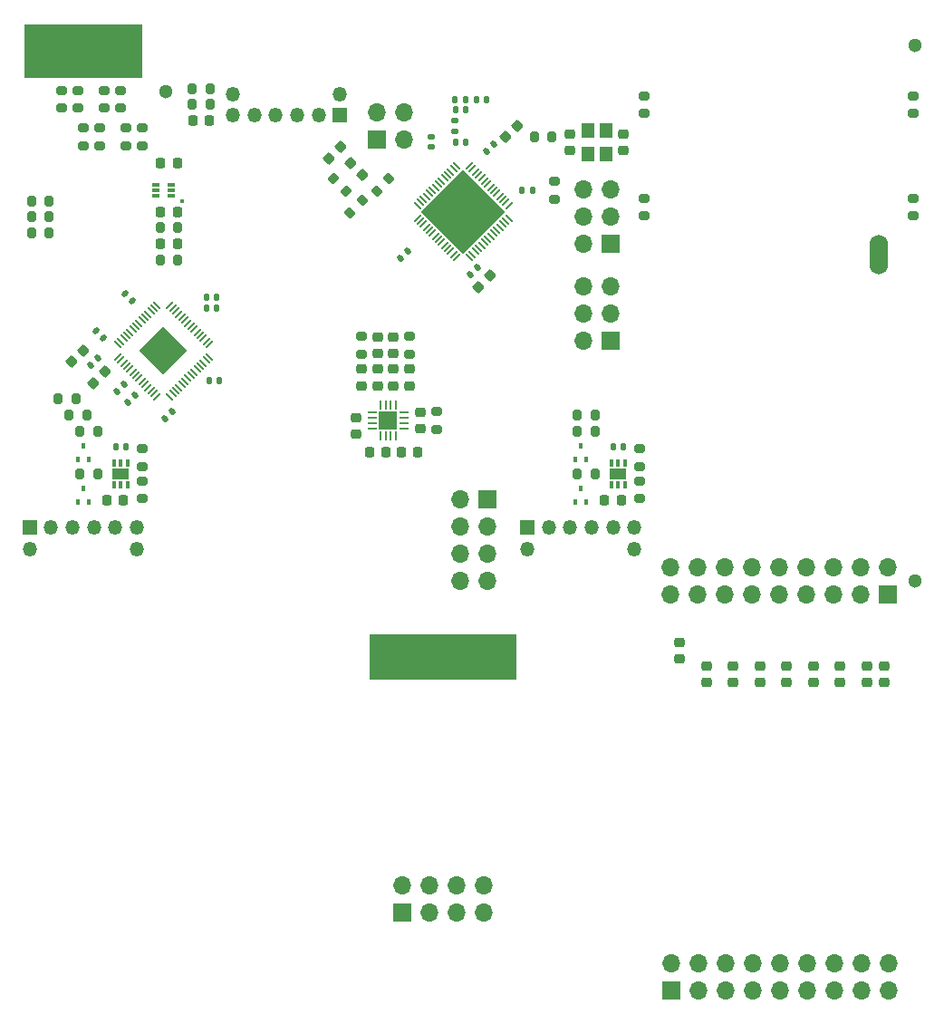
<source format=gts>
%TF.GenerationSoftware,KiCad,Pcbnew,8.0.2*%
%TF.CreationDate,2024-05-28T21:16:18+01:00*%
%TF.ProjectId,RMC,524d432e-6b69-4636-9164-5f7063625858,rev?*%
%TF.SameCoordinates,Original*%
%TF.FileFunction,Soldermask,Top*%
%TF.FilePolarity,Negative*%
%FSLAX46Y46*%
G04 Gerber Fmt 4.6, Leading zero omitted, Abs format (unit mm)*
G04 Created by KiCad (PCBNEW 8.0.2) date 2024-05-28 21:16:18*
%MOMM*%
%LPD*%
G01*
G04 APERTURE LIST*
G04 Aperture macros list*
%AMRoundRect*
0 Rectangle with rounded corners*
0 $1 Rounding radius*
0 $2 $3 $4 $5 $6 $7 $8 $9 X,Y pos of 4 corners*
0 Add a 4 corners polygon primitive as box body*
4,1,4,$2,$3,$4,$5,$6,$7,$8,$9,$2,$3,0*
0 Add four circle primitives for the rounded corners*
1,1,$1+$1,$2,$3*
1,1,$1+$1,$4,$5*
1,1,$1+$1,$6,$7*
1,1,$1+$1,$8,$9*
0 Add four rect primitives between the rounded corners*
20,1,$1+$1,$2,$3,$4,$5,0*
20,1,$1+$1,$4,$5,$6,$7,0*
20,1,$1+$1,$6,$7,$8,$9,0*
20,1,$1+$1,$8,$9,$2,$3,0*%
%AMRotRect*
0 Rectangle, with rotation*
0 The origin of the aperture is its center*
0 $1 length*
0 $2 width*
0 $3 Rotation angle, in degrees counterclockwise*
0 Add horizontal line*
21,1,$1,$2,0,0,$3*%
G04 Aperture macros list end*
%ADD10RoundRect,0.225000X-0.250000X0.225000X-0.250000X-0.225000X0.250000X-0.225000X0.250000X0.225000X0*%
%ADD11O,1.700000X1.700000*%
%ADD12R,1.700000X1.700000*%
%ADD13RoundRect,0.200000X0.275000X-0.200000X0.275000X0.200000X-0.275000X0.200000X-0.275000X-0.200000X0*%
%ADD14R,0.350000X0.650000*%
%ADD15R,1.600000X1.000000*%
%ADD16RoundRect,0.140000X0.021213X-0.219203X0.219203X-0.021213X-0.021213X0.219203X-0.219203X0.021213X0*%
%ADD17R,1.350000X1.350000*%
%ADD18O,1.350000X1.350000*%
%ADD19RoundRect,0.200000X-0.275000X0.200000X-0.275000X-0.200000X0.275000X-0.200000X0.275000X0.200000X0*%
%ADD20RoundRect,0.225000X-0.017678X0.335876X-0.335876X0.017678X0.017678X-0.335876X0.335876X-0.017678X0*%
%ADD21RoundRect,0.225000X0.250000X-0.225000X0.250000X0.225000X-0.250000X0.225000X-0.250000X-0.225000X0*%
%ADD22RoundRect,0.225000X0.225000X0.250000X-0.225000X0.250000X-0.225000X-0.250000X0.225000X-0.250000X0*%
%ADD23RoundRect,0.200000X0.200000X0.275000X-0.200000X0.275000X-0.200000X-0.275000X0.200000X-0.275000X0*%
%ADD24RoundRect,0.140000X-0.140000X-0.170000X0.140000X-0.170000X0.140000X0.170000X-0.140000X0.170000X0*%
%ADD25RoundRect,0.100000X-0.100000X0.155000X-0.100000X-0.155000X0.100000X-0.155000X0.100000X0.155000X0*%
%ADD26RoundRect,0.200000X-0.200000X-0.275000X0.200000X-0.275000X0.200000X0.275000X-0.200000X0.275000X0*%
%ADD27RoundRect,0.225000X-0.335876X-0.017678X-0.017678X-0.335876X0.335876X0.017678X0.017678X0.335876X0*%
%ADD28RoundRect,0.140000X-0.021213X0.219203X-0.219203X0.021213X0.021213X-0.219203X0.219203X-0.021213X0*%
%ADD29C,1.300000*%
%ADD30RoundRect,0.200000X-0.053033X0.335876X-0.335876X0.053033X0.053033X-0.335876X0.335876X-0.053033X0*%
%ADD31RoundRect,0.050000X0.309359X-0.238649X-0.238649X0.309359X-0.309359X0.238649X0.238649X-0.309359X0*%
%ADD32RoundRect,0.050000X0.309359X0.238649X0.238649X0.309359X-0.309359X-0.238649X-0.238649X-0.309359X0*%
%ADD33RotRect,3.200000X3.200000X135.000000*%
%ADD34RoundRect,0.140000X0.140000X0.170000X-0.140000X0.170000X-0.140000X-0.170000X0.140000X-0.170000X0*%
%ADD35RoundRect,0.140000X0.219203X0.021213X0.021213X0.219203X-0.219203X-0.021213X-0.021213X-0.219203X0*%
%ADD36RoundRect,0.062500X-0.062500X0.350000X-0.062500X-0.350000X0.062500X-0.350000X0.062500X0.350000X0*%
%ADD37RoundRect,0.062500X-0.350000X0.062500X-0.350000X-0.062500X0.350000X-0.062500X0.350000X0.062500X0*%
%ADD38RoundRect,0.200000X0.335876X0.053033X0.053033X0.335876X-0.335876X-0.053033X-0.053033X-0.335876X0*%
%ADD39RoundRect,0.140000X-0.170000X0.140000X-0.170000X-0.140000X0.170000X-0.140000X0.170000X0.140000X0*%
%ADD40RoundRect,0.225000X-0.225000X-0.250000X0.225000X-0.250000X0.225000X0.250000X-0.225000X0.250000X0*%
%ADD41RoundRect,0.085000X0.265000X0.085000X-0.265000X0.085000X-0.265000X-0.085000X0.265000X-0.085000X0*%
%ADD42RoundRect,0.050000X-0.309359X0.238649X0.238649X-0.309359X0.309359X-0.238649X-0.238649X0.309359X0*%
%ADD43RoundRect,0.050000X-0.309359X-0.238649X-0.238649X-0.309359X0.309359X0.238649X0.238649X0.309359X0*%
%ADD44RotRect,5.600000X5.600000X315.000000*%
%ADD45C,0.400000*%
%ADD46R,1.200000X1.400000*%
%ADD47RoundRect,0.147500X-0.172500X0.147500X-0.172500X-0.147500X0.172500X-0.147500X0.172500X0.147500X0*%
%ADD48RoundRect,0.225000X0.017678X-0.335876X0.335876X-0.017678X-0.017678X0.335876X-0.335876X0.017678X0*%
%ADD49RoundRect,0.147500X0.147500X0.172500X-0.147500X0.172500X-0.147500X-0.172500X0.147500X-0.172500X0*%
%ADD50O,1.700000X3.700000*%
%ADD51R,0.530000X4.300000*%
%ADD52RoundRect,0.160000X-0.640000X-1.790000X0.640000X-1.790000X0.640000X1.790000X-0.640000X1.790000X0*%
%ADD53RoundRect,0.190000X-0.760000X-1.760000X0.760000X-1.760000X0.760000X1.760000X-0.760000X1.760000X0*%
%ADD54RoundRect,0.200000X-0.800000X-1.750000X0.800000X-1.750000X0.800000X1.750000X-0.800000X1.750000X0*%
%ADD55RoundRect,0.390000X-1.610000X-1.560000X1.610000X-1.560000X1.610000X1.560000X-1.610000X1.560000X0*%
G04 APERTURE END LIST*
%TO.C,J3*%
G36*
X100500000Y-100000000D02*
G01*
X111500000Y-100000000D01*
X111500000Y-105000000D01*
X100500000Y-105000000D01*
X100500000Y-100000000D01*
G37*
%TO.C,J9*%
G36*
X146500000Y-161200000D02*
G01*
X132800000Y-161200000D01*
X132800000Y-157000000D01*
X146500000Y-157000000D01*
X146500000Y-161200000D01*
G37*
%TD*%
D10*
%TO.C,J8*%
X164275000Y-161475000D03*
X164275000Y-159925000D03*
D11*
X163505000Y-190270000D03*
X163505000Y-187730000D03*
D10*
X166725000Y-161475000D03*
X166725000Y-159925000D03*
D11*
X166045000Y-190270000D03*
X166045000Y-187730000D03*
D10*
X169275000Y-161475000D03*
X169275000Y-159925000D03*
D11*
X168585000Y-190270000D03*
X168585000Y-187730000D03*
D10*
X171725000Y-161475000D03*
X171725000Y-159925000D03*
D11*
X171125000Y-190270000D03*
X171125000Y-187730000D03*
D10*
X174275000Y-161475000D03*
X174275000Y-159925000D03*
D11*
X173665000Y-190270000D03*
X173665000Y-187730000D03*
D10*
X176725000Y-161475000D03*
X176725000Y-159925000D03*
D11*
X176205000Y-190270000D03*
X176205000Y-187730000D03*
D10*
X179275000Y-161475000D03*
X179275000Y-159925000D03*
D11*
X178745000Y-190270000D03*
X178745000Y-187730000D03*
X181285000Y-190270000D03*
X181285000Y-187730000D03*
D10*
X180875000Y-161475000D03*
X180875000Y-159925000D03*
X161725000Y-159275000D03*
X161725000Y-157725000D03*
D12*
X160965000Y-190270000D03*
D11*
X160965000Y-187730000D03*
%TD*%
D13*
%TO.C,R14*%
X109500000Y-107825000D03*
X109500000Y-106175000D03*
%TD*%
%TO.C,R18*%
X107500000Y-111325000D03*
X107500000Y-109675000D03*
%TD*%
D14*
%TO.C,U4*%
X108850000Y-143050000D03*
X109500000Y-143050000D03*
X110150000Y-143050000D03*
X110150000Y-140950000D03*
X109500000Y-140950000D03*
X108850000Y-140950000D03*
D15*
X109500000Y-142000000D03*
%TD*%
D13*
%TO.C,R23*%
X104000000Y-107825000D03*
X104000000Y-106175000D03*
%TD*%
%TO.C,R28*%
X111500000Y-144325000D03*
X111500000Y-142675000D03*
%TD*%
D16*
%TO.C,C21*%
X135660589Y-121839411D03*
X136339411Y-121160589D03*
%TD*%
D17*
%TO.C,J6*%
X147500000Y-147000000D03*
D18*
X147500000Y-149000000D03*
X149500000Y-147000000D03*
X151500000Y-147000000D03*
X153500000Y-147000000D03*
X155500000Y-147000000D03*
X157500000Y-147000000D03*
X157500000Y-149000000D03*
%TD*%
D19*
%TO.C,R20*%
X183550000Y-116250000D03*
X183550000Y-117900000D03*
%TD*%
D10*
%TO.C,C38*%
X135000000Y-132225000D03*
X135000000Y-133775000D03*
%TD*%
D20*
%TO.C,C27*%
X130048008Y-111451992D03*
X128951992Y-112548008D03*
%TD*%
D21*
%TO.C,C48*%
X169275000Y-161475000D03*
X169275000Y-159925000D03*
%TD*%
D13*
%TO.C,R11*%
X158450000Y-108325000D03*
X158450000Y-106675000D03*
%TD*%
D21*
%TO.C,C50*%
X174275000Y-161475000D03*
X174275000Y-159925000D03*
%TD*%
D22*
%TO.C,C4*%
X114775000Y-117500000D03*
X113225000Y-117500000D03*
%TD*%
D21*
%TO.C,C53*%
X180875000Y-161475000D03*
X180875000Y-159925000D03*
%TD*%
D17*
%TO.C,J2*%
X130000000Y-108500000D03*
D18*
X130000000Y-106500000D03*
X128000000Y-108500000D03*
X126000000Y-108500000D03*
X124000000Y-108500000D03*
X122000000Y-108500000D03*
X120000000Y-108500000D03*
X120000000Y-106500000D03*
%TD*%
D23*
%TO.C,R2*%
X117825000Y-106000000D03*
X116175000Y-106000000D03*
%TD*%
D24*
%TO.C,C25*%
X140770000Y-108000000D03*
X141730000Y-108000000D03*
%TD*%
D25*
%TO.C,Q2*%
X152000000Y-140645000D03*
X153000000Y-140645000D03*
X152500000Y-139355000D03*
%TD*%
%TO.C,Q1*%
X105500000Y-140645000D03*
X106500000Y-140645000D03*
X106000000Y-139355000D03*
%TD*%
D22*
%TO.C,C2*%
X114775000Y-113000000D03*
X113225000Y-113000000D03*
%TD*%
D10*
%TO.C,C39*%
X133500000Y-132225000D03*
X133500000Y-133775000D03*
%TD*%
D26*
%TO.C,R21*%
X152175000Y-136500000D03*
X153825000Y-136500000D03*
%TD*%
D27*
%TO.C,C20*%
X130951992Y-112951992D03*
X132048008Y-114048008D03*
%TD*%
D24*
%TO.C,C26*%
X140770000Y-111000000D03*
X141730000Y-111000000D03*
%TD*%
D10*
%TO.C,C35*%
X137500000Y-136225000D03*
X137500000Y-137775000D03*
%TD*%
D22*
%TO.C,C3*%
X114775000Y-120500000D03*
X113225000Y-120500000D03*
%TD*%
D28*
%TO.C,C6*%
X110839411Y-134660589D03*
X110160589Y-135339411D03*
%TD*%
D21*
%TO.C,C47*%
X166725000Y-161475000D03*
X166725000Y-159925000D03*
%TD*%
D29*
%TO.C,H1*%
X113750000Y-106250000D03*
%TD*%
D24*
%TO.C,C12*%
X117770000Y-133250000D03*
X118730000Y-133250000D03*
%TD*%
D25*
%TO.C,Q3*%
X105500000Y-144645000D03*
X106500000Y-144645000D03*
X106000000Y-143355000D03*
%TD*%
D19*
%TO.C,R16*%
X158450000Y-116250000D03*
X158450000Y-117900000D03*
%TD*%
D21*
%TO.C,C52*%
X179275000Y-161475000D03*
X179275000Y-159925000D03*
%TD*%
D30*
%TO.C,R9*%
X134583363Y-114416637D03*
X133416637Y-115583363D03*
%TD*%
D24*
%TO.C,C5*%
X117520000Y-125500000D03*
X118480000Y-125500000D03*
%TD*%
D28*
%TO.C,C9*%
X107339411Y-131160589D03*
X106660589Y-131839411D03*
%TD*%
D21*
%TO.C,C49*%
X171725000Y-161475000D03*
X171725000Y-159925000D03*
%TD*%
%TO.C,C46*%
X164275000Y-161475000D03*
X164275000Y-159925000D03*
%TD*%
D31*
%TO.C,U2*%
X114092202Y-134769157D03*
X114375045Y-134486314D03*
X114657887Y-134203472D03*
X114940730Y-133920629D03*
X115223573Y-133637786D03*
X115506415Y-133354944D03*
X115789258Y-133072101D03*
X116072101Y-132789258D03*
X116354944Y-132506415D03*
X116637786Y-132223573D03*
X116920629Y-131940730D03*
X117203472Y-131657887D03*
X117486314Y-131375045D03*
X117769157Y-131092202D03*
D32*
X117769157Y-129907798D03*
X117486314Y-129624955D03*
X117203472Y-129342113D03*
X116920629Y-129059270D03*
X116637786Y-128776427D03*
X116354944Y-128493585D03*
X116072101Y-128210742D03*
X115789258Y-127927899D03*
X115506415Y-127645056D03*
X115223573Y-127362214D03*
X114940730Y-127079371D03*
X114657887Y-126796528D03*
X114375045Y-126513686D03*
X114092202Y-126230843D03*
D31*
X112907798Y-126230843D03*
X112624955Y-126513686D03*
X112342113Y-126796528D03*
X112059270Y-127079371D03*
X111776427Y-127362214D03*
X111493585Y-127645056D03*
X111210742Y-127927899D03*
X110927899Y-128210742D03*
X110645056Y-128493585D03*
X110362214Y-128776427D03*
X110079371Y-129059270D03*
X109796528Y-129342113D03*
X109513686Y-129624955D03*
X109230843Y-129907798D03*
D32*
X109230843Y-131092202D03*
X109513686Y-131375045D03*
X109796528Y-131657887D03*
X110079371Y-131940730D03*
X110362214Y-132223573D03*
X110645056Y-132506415D03*
X110927899Y-132789258D03*
X111210742Y-133072101D03*
X111493585Y-133354944D03*
X111776427Y-133637786D03*
X112059270Y-133920629D03*
X112342113Y-134203472D03*
X112624955Y-134486314D03*
X112907798Y-134769157D03*
D33*
X113500000Y-130500000D03*
%TD*%
D12*
%TO.C,J7*%
X133425000Y-110775000D03*
D11*
X133425000Y-108235000D03*
X135965000Y-110775000D03*
X135965000Y-108235000D03*
%TD*%
D24*
%TO.C,C13*%
X117520000Y-126500000D03*
X118480000Y-126500000D03*
%TD*%
D29*
%TO.C,H2*%
X183750000Y-102000000D03*
%TD*%
D22*
%TO.C,C31*%
X109775000Y-144500000D03*
X108225000Y-144500000D03*
%TD*%
D19*
%TO.C,R35*%
X136500000Y-129175000D03*
X136500000Y-130825000D03*
%TD*%
D26*
%TO.C,R4*%
X113175000Y-122000000D03*
X114825000Y-122000000D03*
%TD*%
D13*
%TO.C,R19*%
X106000000Y-111325000D03*
X106000000Y-109675000D03*
%TD*%
D34*
%TO.C,C22*%
X147980000Y-115500000D03*
X147020000Y-115500000D03*
%TD*%
D26*
%TO.C,R6*%
X104675000Y-136500000D03*
X106325000Y-136500000D03*
%TD*%
D13*
%TO.C,R29*%
X158000000Y-141325000D03*
X158000000Y-139675000D03*
%TD*%
D17*
%TO.C,J5*%
X101000000Y-147000000D03*
D18*
X101000000Y-149000000D03*
X103000000Y-147000000D03*
X105000000Y-147000000D03*
X107000000Y-147000000D03*
X109000000Y-147000000D03*
X111000000Y-147000000D03*
X111000000Y-149000000D03*
%TD*%
D35*
%TO.C,C15*%
X107839411Y-129339411D03*
X107160589Y-128660589D03*
%TD*%
D21*
%TO.C,C30*%
X151500000Y-111775000D03*
X151500000Y-110225000D03*
%TD*%
D36*
%TO.C,U6*%
X135250000Y-135537500D03*
X134750000Y-135537500D03*
X134250000Y-135537500D03*
X133750000Y-135537500D03*
D37*
X133037500Y-136250000D03*
X133037500Y-136750000D03*
X133037500Y-137250000D03*
X133037500Y-137750000D03*
D36*
X133750000Y-138462500D03*
X134250000Y-138462500D03*
X134750000Y-138462500D03*
X135250000Y-138462500D03*
D37*
X135962500Y-137750000D03*
X135962500Y-137250000D03*
X135962500Y-136750000D03*
X135962500Y-136250000D03*
D12*
X134500000Y-137000000D03*
%TD*%
D10*
%TO.C,C29*%
X156500000Y-110225000D03*
X156500000Y-111775000D03*
%TD*%
D13*
%TO.C,R15*%
X183550000Y-108325000D03*
X183550000Y-106675000D03*
%TD*%
D19*
%TO.C,R5*%
X150000000Y-114675000D03*
X150000000Y-116325000D03*
%TD*%
D13*
%TO.C,R22*%
X105500000Y-107825000D03*
X105500000Y-106175000D03*
%TD*%
D10*
%TO.C,C43*%
X131500000Y-136725000D03*
X131500000Y-138275000D03*
%TD*%
D29*
%TO.C,H3*%
X183750000Y-152000000D03*
%TD*%
D19*
%TO.C,R37*%
X139000000Y-136175000D03*
X139000000Y-137825000D03*
%TD*%
D21*
%TO.C,C45*%
X161725000Y-159275000D03*
X161725000Y-157725000D03*
%TD*%
D13*
%TO.C,R30*%
X158000000Y-144325000D03*
X158000000Y-142675000D03*
%TD*%
D38*
%TO.C,R38*%
X130583363Y-115583363D03*
X129416637Y-114416637D03*
%TD*%
D10*
%TO.C,C41*%
X133500000Y-129225000D03*
X133500000Y-130775000D03*
%TD*%
D26*
%TO.C,R7*%
X103675000Y-135000000D03*
X105325000Y-135000000D03*
%TD*%
D13*
%TO.C,R13*%
X110000000Y-111325000D03*
X110000000Y-109675000D03*
%TD*%
D39*
%TO.C,C18*%
X138500000Y-110520000D03*
X138500000Y-111480000D03*
%TD*%
D25*
%TO.C,Q4*%
X152000000Y-144645000D03*
X153000000Y-144645000D03*
X152500000Y-143355000D03*
%TD*%
D16*
%TO.C,C16*%
X142160589Y-123339411D03*
X142839411Y-122660589D03*
%TD*%
D40*
%TO.C,C42*%
X132725000Y-140000000D03*
X134275000Y-140000000D03*
%TD*%
D12*
%TO.C,J10*%
X155275000Y-120525000D03*
D11*
X152735000Y-120525000D03*
X155275000Y-117985000D03*
X152735000Y-117985000D03*
X155275000Y-115445000D03*
X152735000Y-115445000D03*
%TD*%
D22*
%TO.C,C32*%
X156275000Y-144500000D03*
X154725000Y-144500000D03*
%TD*%
D14*
%TO.C,U5*%
X155350000Y-143050000D03*
X156000000Y-143050000D03*
X156650000Y-143050000D03*
X156650000Y-140950000D03*
X156000000Y-140950000D03*
X155350000Y-140950000D03*
D15*
X156000000Y-142000000D03*
%TD*%
D24*
%TO.C,C33*%
X109020000Y-139500000D03*
X109980000Y-139500000D03*
%TD*%
D12*
%TO.C,J1*%
X155275000Y-129525000D03*
D11*
X152735000Y-129525000D03*
X155275000Y-126985000D03*
X152735000Y-126985000D03*
X155275000Y-124445000D03*
X152735000Y-124445000D03*
%TD*%
D28*
%TO.C,C10*%
X109839411Y-133660589D03*
X109160589Y-134339411D03*
%TD*%
D13*
%TO.C,R27*%
X111500000Y-141325000D03*
X111500000Y-139675000D03*
%TD*%
D10*
%TO.C,C40*%
X132000000Y-132225000D03*
X132000000Y-133775000D03*
%TD*%
D23*
%TO.C,R1*%
X117825000Y-107500000D03*
X116175000Y-107500000D03*
%TD*%
D41*
%TO.C,U1*%
X114250000Y-116000000D03*
X114250000Y-115500000D03*
X114250000Y-115000000D03*
X112750000Y-115000000D03*
X112750000Y-115500000D03*
X112750000Y-116000000D03*
%TD*%
D21*
%TO.C,C51*%
X176725000Y-161475000D03*
X176725000Y-159925000D03*
%TD*%
D42*
%TO.C,U3*%
X140907798Y-113230843D03*
X140624955Y-113513686D03*
X140342113Y-113796528D03*
X140059270Y-114079371D03*
X139776427Y-114362214D03*
X139493585Y-114645056D03*
X139210742Y-114927899D03*
X138927899Y-115210742D03*
X138645056Y-115493585D03*
X138362214Y-115776427D03*
X138079371Y-116059270D03*
X137796528Y-116342113D03*
X137513686Y-116624955D03*
X137230843Y-116907798D03*
D43*
X137230843Y-118092202D03*
X137513686Y-118375045D03*
X137796528Y-118657887D03*
X138079371Y-118940730D03*
X138362214Y-119223573D03*
X138645056Y-119506415D03*
X138927899Y-119789258D03*
X139210742Y-120072101D03*
X139493585Y-120354944D03*
X139776427Y-120637786D03*
X140059270Y-120920629D03*
X140342113Y-121203472D03*
X140624955Y-121486314D03*
X140907798Y-121769157D03*
D42*
X142092202Y-121769157D03*
X142375045Y-121486314D03*
X142657887Y-121203472D03*
X142940730Y-120920629D03*
X143223573Y-120637786D03*
X143506415Y-120354944D03*
X143789258Y-120072101D03*
X144072101Y-119789258D03*
X144354944Y-119506415D03*
X144637786Y-119223573D03*
X144920629Y-118940730D03*
X145203472Y-118657887D03*
X145486314Y-118375045D03*
X145769157Y-118092202D03*
D43*
X145769157Y-116907798D03*
X145486314Y-116624955D03*
X145203472Y-116342113D03*
X144920629Y-116059270D03*
X144637786Y-115776427D03*
X144354944Y-115493585D03*
X144072101Y-115210742D03*
X143789258Y-114927899D03*
X143506415Y-114645056D03*
X143223573Y-114362214D03*
X142940730Y-114079371D03*
X142657887Y-113796528D03*
X142375045Y-113513686D03*
X142092202Y-113230843D03*
D44*
X141500000Y-117500000D03*
%TD*%
D24*
%TO.C,C34*%
X155520000Y-139500000D03*
X156480000Y-139500000D03*
%TD*%
D26*
%TO.C,R34*%
X152175000Y-142000000D03*
X153825000Y-142000000D03*
%TD*%
D22*
%TO.C,C44*%
X137275000Y-140000000D03*
X135725000Y-140000000D03*
%TD*%
D23*
%TO.C,R24*%
X102825000Y-118000000D03*
X101175000Y-118000000D03*
%TD*%
D28*
%TO.C,C23*%
X144339411Y-111160589D03*
X143660589Y-111839411D03*
%TD*%
D11*
%TO.C,J11*%
X141230000Y-146880000D03*
X143770000Y-146880000D03*
X141230000Y-149420000D03*
X143770000Y-149420000D03*
X141230000Y-151960000D03*
X143770000Y-151960000D03*
X141230000Y-144340000D03*
D12*
X143770000Y-144340000D03*
%TD*%
D20*
%TO.C,C24*%
X146548008Y-109451992D03*
X145451992Y-110548008D03*
%TD*%
D45*
%TO.C,L1*%
X115250000Y-116500000D03*
%TD*%
D20*
%TO.C,C7*%
X108048008Y-132451992D03*
X106951992Y-133548008D03*
%TD*%
D26*
%TO.C,R31*%
X105675000Y-138000000D03*
X107325000Y-138000000D03*
%TD*%
D24*
%TO.C,C28*%
X142770000Y-107000000D03*
X143730000Y-107000000D03*
%TD*%
D46*
%TO.C,Y1*%
X153150000Y-109900000D03*
X153150000Y-112100000D03*
X154850000Y-112100000D03*
X154850000Y-109900000D03*
%TD*%
D23*
%TO.C,R3*%
X114825000Y-119000000D03*
X113175000Y-119000000D03*
%TD*%
%TO.C,R25*%
X102825000Y-119500000D03*
X101175000Y-119500000D03*
%TD*%
%TO.C,R26*%
X102825000Y-116500000D03*
X101175000Y-116500000D03*
%TD*%
D47*
%TO.C,L2*%
X140750000Y-109015000D03*
X140750000Y-109985000D03*
%TD*%
D48*
%TO.C,C17*%
X142951992Y-124548008D03*
X144048008Y-123451992D03*
%TD*%
D28*
%TO.C,C11*%
X114339411Y-136160589D03*
X113660589Y-136839411D03*
%TD*%
D49*
%TO.C,L3*%
X141735000Y-107000000D03*
X140765000Y-107000000D03*
%TD*%
D40*
%TO.C,C1*%
X116225000Y-109000000D03*
X117775000Y-109000000D03*
%TD*%
D21*
%TO.C,C36*%
X135000000Y-130775000D03*
X135000000Y-129225000D03*
%TD*%
D26*
%TO.C,R33*%
X105675000Y-142000000D03*
X107325000Y-142000000D03*
%TD*%
D19*
%TO.C,R36*%
X132000000Y-129175000D03*
X132000000Y-130825000D03*
%TD*%
D26*
%TO.C,R32*%
X152175000Y-138000000D03*
X153825000Y-138000000D03*
%TD*%
D13*
%TO.C,R12*%
X111500000Y-111325000D03*
X111500000Y-109675000D03*
%TD*%
%TO.C,R17*%
X108000000Y-107825000D03*
X108000000Y-106175000D03*
%TD*%
D50*
%TO.C,J4*%
X180375000Y-121500000D03*
D11*
X178620000Y-153270000D03*
X178620000Y-150730000D03*
X176080000Y-153270000D03*
X176080000Y-150730000D03*
X173540000Y-153270000D03*
X173540000Y-150730000D03*
X171000000Y-153270000D03*
X171000000Y-150730000D03*
X168460000Y-153270000D03*
X168460000Y-150730000D03*
X165920000Y-153270000D03*
X165920000Y-150730000D03*
X163380000Y-153270000D03*
X163380000Y-150730000D03*
X160840000Y-153270000D03*
X160840000Y-150730000D03*
D12*
X181160000Y-153270000D03*
D11*
X181160000Y-150730000D03*
%TD*%
D30*
%TO.C,R8*%
X132083363Y-116416637D03*
X130916637Y-117583363D03*
%TD*%
D10*
%TO.C,C37*%
X136500000Y-132225000D03*
X136500000Y-133775000D03*
%TD*%
D23*
%TO.C,R10*%
X149825000Y-110500000D03*
X148175000Y-110500000D03*
%TD*%
D48*
%TO.C,C8*%
X104951992Y-131548008D03*
X106048008Y-130451992D03*
%TD*%
D35*
%TO.C,C14*%
X110589411Y-125839411D03*
X109910589Y-125160589D03*
%TD*%
D51*
%TO.C,J3*%
X109880000Y-102849545D03*
X108910000Y-102849545D03*
X107940000Y-102849545D03*
X106970000Y-102849545D03*
X106000000Y-102849545D03*
X105030000Y-102849545D03*
X104060000Y-102849545D03*
X103090000Y-102849545D03*
X102120000Y-102849545D03*
%TD*%
D52*
%TO.C,J9*%
X138900000Y-159250000D03*
D11*
X138380000Y-180480000D03*
X138380000Y-183020000D03*
D53*
X142250000Y-159250000D03*
D11*
X140920000Y-180480000D03*
X140920000Y-183020000D03*
D54*
X145200000Y-159250000D03*
D11*
X143460000Y-180480000D03*
X143460000Y-183020000D03*
D55*
X135100000Y-159250000D03*
D11*
X135840000Y-180480000D03*
D12*
X135840000Y-183020000D03*
%TD*%
M02*

</source>
